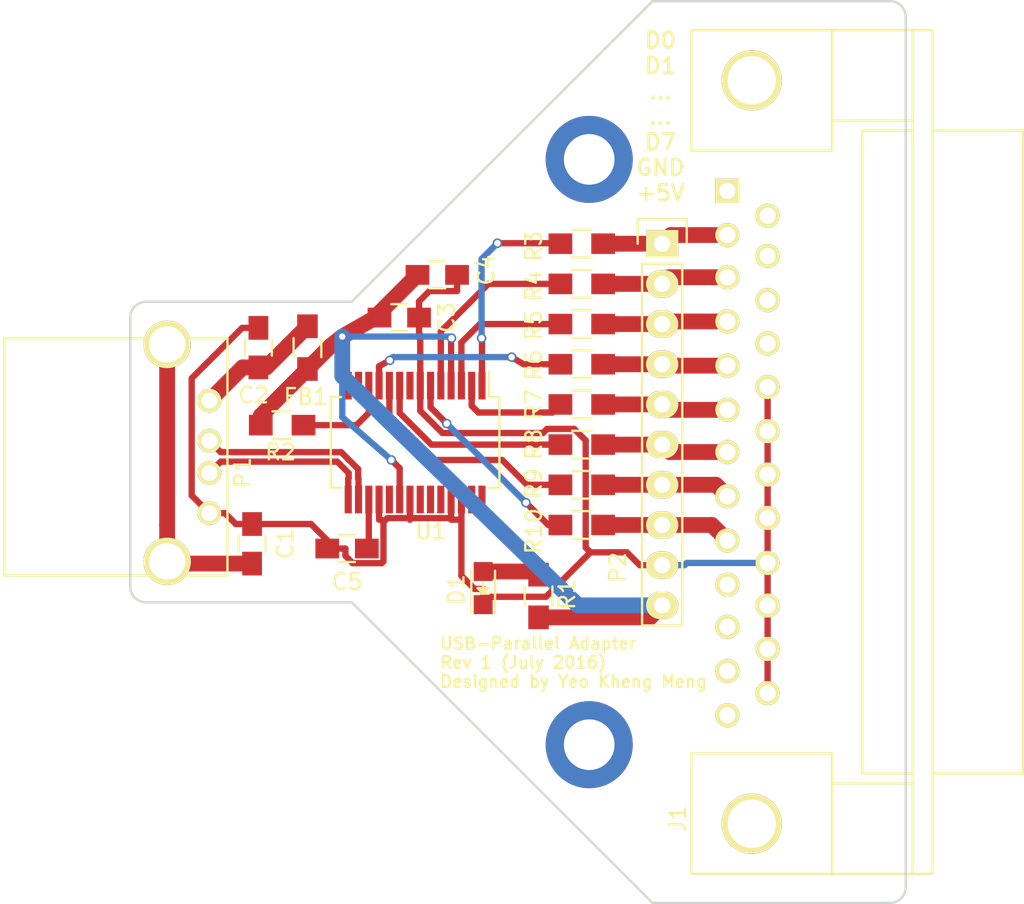
<source format=kicad_pcb>
(kicad_pcb (version 20171130) (host pcbnew "(5.1.12)-1")

  (general
    (thickness 1.6)
    (drawings 16)
    (tracks 189)
    (zones 0)
    (modules 23)
    (nets 28)
  )

  (page A4)
  (title_block
    (title "USB FT245R Parallel Adapter")
    (date 2016-07-24)
    (rev 1)
  )

  (layers
    (0 F.Cu signal)
    (31 B.Cu signal)
    (32 B.Adhes user hide)
    (33 F.Adhes user hide)
    (34 B.Paste user)
    (35 F.Paste user)
    (36 B.SilkS user)
    (37 F.SilkS user)
    (38 B.Mask user)
    (39 F.Mask user)
    (40 Dwgs.User user)
    (41 Cmts.User user)
    (42 Eco1.User user)
    (43 Eco2.User user)
    (44 Edge.Cuts user)
    (45 Margin user)
    (46 B.CrtYd user)
    (47 F.CrtYd user)
    (48 B.Fab user)
    (49 F.Fab user)
  )

  (setup
    (last_trace_width 0.4)
    (trace_clearance 0.1)
    (zone_clearance 0.508)
    (zone_45_only no)
    (trace_min 0.2)
    (via_size 0.6)
    (via_drill 0.4)
    (via_min_size 0.4)
    (via_min_drill 0.3)
    (uvia_size 0.3)
    (uvia_drill 0.1)
    (uvias_allowed no)
    (uvia_min_size 0.2)
    (uvia_min_drill 0.1)
    (edge_width 0.15)
    (segment_width 0.2)
    (pcb_text_width 0.3)
    (pcb_text_size 1.5 1.5)
    (mod_edge_width 0.15)
    (mod_text_size 1 1)
    (mod_text_width 0.15)
    (pad_size 1.524 1.524)
    (pad_drill 0.762)
    (pad_to_mask_clearance 0.2)
    (aux_axis_origin 0 0)
    (visible_elements 7FFEFFFF)
    (pcbplotparams
      (layerselection 0x00030_80000001)
      (usegerberextensions false)
      (usegerberattributes true)
      (usegerberadvancedattributes true)
      (creategerberjobfile true)
      (excludeedgelayer true)
      (linewidth 0.100000)
      (plotframeref false)
      (viasonmask false)
      (mode 1)
      (useauxorigin false)
      (hpglpennumber 1)
      (hpglpenspeed 20)
      (hpglpendiameter 15.000000)
      (psnegative false)
      (psa4output false)
      (plotreference true)
      (plotvalue true)
      (plotinvisibletext false)
      (padsonsilk false)
      (subtractmaskfromsilk false)
      (outputformat 1)
      (mirror false)
      (drillshape 0)
      (scaleselection 1)
      (outputdirectory ""))
  )

  (net 0 "")
  (net 1 GND)
  (net 2 "Net-(C1-Pad2)")
  (net 3 "Net-(C2-Pad1)")
  (net 4 +5V)
  (net 5 "Net-(C5-Pad1)")
  (net 6 "Net-(D1-Pad2)")
  (net 7 Data0)
  (net 8 Data1)
  (net 9 Data2)
  (net 10 Data3)
  (net 11 Data4)
  (net 12 Data5)
  (net 13 Data6)
  (net 14 Data7)
  (net 15 USB_D-)
  (net 16 USB_D+)
  (net 17 "Net-(R2-Pad2)")
  (net 18 "Net-(R3-Pad2)")
  (net 19 "Net-(R4-Pad2)")
  (net 20 "Net-(R5-Pad2)")
  (net 21 "Net-(R6-Pad2)")
  (net 22 "Net-(R7-Pad2)")
  (net 23 "Net-(R8-Pad2)")
  (net 24 "Net-(R9-Pad2)")
  (net 25 "Net-(R10-Pad2)")
  (net 26 "Net-(MH1-Pad1)")
  (net 27 "Net-(MH2-Pad1)")

  (net_class Default "This is the default net class."
    (clearance 0.1)
    (trace_width 0.4)
    (via_dia 0.6)
    (via_drill 0.4)
    (uvia_dia 0.3)
    (uvia_drill 0.1)
    (add_net +5V)
    (add_net Data0)
    (add_net Data1)
    (add_net Data2)
    (add_net Data3)
    (add_net Data4)
    (add_net Data5)
    (add_net Data6)
    (add_net Data7)
    (add_net GND)
    (add_net "Net-(C1-Pad2)")
    (add_net "Net-(C2-Pad1)")
    (add_net "Net-(C5-Pad1)")
    (add_net "Net-(D1-Pad2)")
    (add_net "Net-(MH1-Pad1)")
    (add_net "Net-(MH2-Pad1)")
    (add_net "Net-(R10-Pad2)")
    (add_net "Net-(R2-Pad2)")
    (add_net "Net-(R3-Pad2)")
    (add_net "Net-(R4-Pad2)")
    (add_net "Net-(R5-Pad2)")
    (add_net "Net-(R6-Pad2)")
    (add_net "Net-(R7-Pad2)")
    (add_net "Net-(R8-Pad2)")
    (add_net "Net-(R9-Pad2)")
    (add_net USB_D+)
    (add_net USB_D-)
  )

  (module Resistors_SMD:R_0805_HandSoldering (layer F.Cu) (tedit 57945222) (tstamp 5791C013)
    (at 174.8 122.6 90)
    (descr "Resistor SMD 0805, hand soldering")
    (tags "resistor 0805")
    (path /5791D410)
    (attr smd)
    (fp_text reference R1 (at 0.1 1.8 270) (layer F.SilkS)
      (effects (font (size 1 1) (thickness 0.15)))
    )
    (fp_text value 1500 (at 0 2.1 90) (layer F.Fab)
      (effects (font (size 1 1) (thickness 0.15)))
    )
    (fp_line (start -0.6 -0.875) (end 0.6 -0.875) (layer F.SilkS) (width 0.15))
    (fp_line (start 0.6 0.875) (end -0.6 0.875) (layer F.SilkS) (width 0.15))
    (fp_line (start 2.4 -1) (end 2.4 1) (layer F.CrtYd) (width 0.05))
    (fp_line (start -2.4 -1) (end -2.4 1) (layer F.CrtYd) (width 0.05))
    (fp_line (start -2.4 1) (end 2.4 1) (layer F.CrtYd) (width 0.05))
    (fp_line (start -2.4 -1) (end 2.4 -1) (layer F.CrtYd) (width 0.05))
    (pad 1 smd rect (at -1.35 0 90) (size 1.5 1.3) (layers F.Cu F.Paste F.Mask)
      (net 4 +5V))
    (pad 2 smd rect (at 1.35 0 90) (size 1.5 1.3) (layers F.Cu F.Paste F.Mask)
      (net 6 "Net-(D1-Pad2)"))
    (model Resistors_SMD.3dshapes/R_0805_HandSoldering.wrl
      (at (xyz 0 0 0))
      (scale (xyz 1 1 1))
      (rotate (xyz 0 0 0))
    )
  )

  (module db25:DB25FC (layer F.Cu) (tedit 5794534E) (tstamp 5791C44B)
    (at 187 113.5 270)
    (descr "Connecteur DB25 femelle couche")
    (tags "CONN DB25")
    (path /5791C506)
    (fp_text reference J1 (at 23.2 3.4 270) (layer F.SilkS)
      (effects (font (size 1 1) (thickness 0.15)))
    )
    (fp_text value DB25 (at 0 -6.35 270) (layer F.Fab)
      (effects (font (size 1 1) (thickness 0.15)))
    )
    (fp_line (start -26.67 2.54) (end -19.05 2.54) (layer F.SilkS) (width 0.15))
    (fp_line (start -20.32 -18.415) (end 20.32 -18.415) (layer F.SilkS) (width 0.15))
    (fp_line (start -20.32 -8.255) (end 20.32 -8.255) (layer F.SilkS) (width 0.15))
    (fp_line (start 19.05 2.54) (end 26.67 2.54) (layer F.SilkS) (width 0.15))
    (fp_line (start -26.67 -11.43) (end 26.67 -11.43) (layer F.SilkS) (width 0.15))
    (fp_line (start -26.67 -12.7) (end -26.67 -11.43) (layer F.SilkS) (width 0.15))
    (fp_line (start 26.67 -12.7) (end -26.67 -12.7) (layer F.SilkS) (width 0.15))
    (fp_line (start 26.67 -11.43) (end 26.67 -12.7) (layer F.SilkS) (width 0.15))
    (fp_line (start -20.32 -18.415) (end -20.32 -12.7) (layer F.SilkS) (width 0.15))
    (fp_line (start 20.32 -18.415) (end 20.32 -12.7) (layer F.SilkS) (width 0.15))
    (fp_line (start -20.32 -8.255) (end -20.32 -11.43) (layer F.SilkS) (width 0.15))
    (fp_line (start 20.32 -8.255) (end 20.32 -11.43) (layer F.SilkS) (width 0.15))
    (fp_line (start -26.67 -6.35) (end -19.05 -6.35) (layer F.SilkS) (width 0.15))
    (fp_line (start 26.67 -6.35) (end 19.05 -6.35) (layer F.SilkS) (width 0.15))
    (fp_line (start -26.67 2.54) (end -26.67 -11.43) (layer F.SilkS) (width 0.15))
    (fp_line (start -19.05 -6.35) (end -19.05 2.54) (layer F.SilkS) (width 0.15))
    (fp_line (start -20.955 -11.43) (end -20.955 -6.35) (layer F.SilkS) (width 0.15))
    (fp_line (start 20.955 -11.43) (end 20.955 -6.35) (layer F.SilkS) (width 0.15))
    (fp_line (start 19.05 -6.35) (end 19.05 2.54) (layer F.SilkS) (width 0.15))
    (fp_line (start 26.67 -11.43) (end 26.67 2.54) (layer F.SilkS) (width 0.15))
    (pad "" thru_hole circle (at 23.495 -1.27 270) (size 3.81 3.81) (drill 3.048) (layers *.Cu *.Mask F.SilkS))
    (pad "" thru_hole circle (at -23.495 -1.27 270) (size 3.81 3.81) (drill 3.048) (layers *.Cu *.Mask F.SilkS))
    (pad 1 thru_hole rect (at -16.51 0.27 270) (size 1.524 1.524) (drill 1.016) (layers *.Cu *.Mask F.SilkS))
    (pad 2 thru_hole circle (at -13.716 0.27 270) (size 1.524 1.524) (drill 1.016) (layers *.Cu *.Mask F.SilkS)
      (net 7 Data0))
    (pad 3 thru_hole circle (at -11.049 0.27 270) (size 1.524 1.524) (drill 1.016) (layers *.Cu *.Mask F.SilkS)
      (net 8 Data1))
    (pad 4 thru_hole circle (at -8.255 0.27 270) (size 1.524 1.524) (drill 1.016) (layers *.Cu *.Mask F.SilkS)
      (net 9 Data2))
    (pad 5 thru_hole circle (at -5.461 0.27 270) (size 1.524 1.524) (drill 1.016) (layers *.Cu *.Mask F.SilkS)
      (net 10 Data3))
    (pad 6 thru_hole circle (at -2.667 0.27 270) (size 1.524 1.524) (drill 1.016) (layers *.Cu *.Mask F.SilkS)
      (net 11 Data4))
    (pad 7 thru_hole circle (at 0 0.27 270) (size 1.524 1.524) (drill 1.016) (layers *.Cu *.Mask F.SilkS)
      (net 12 Data5))
    (pad 8 thru_hole circle (at 2.794 0.27 270) (size 1.524 1.524) (drill 1.016) (layers *.Cu *.Mask F.SilkS)
      (net 13 Data6))
    (pad 9 thru_hole circle (at 5.588 0.27 270) (size 1.524 1.524) (drill 1.016) (layers *.Cu *.Mask F.SilkS)
      (net 14 Data7))
    (pad 10 thru_hole circle (at 8.382 0.27 270) (size 1.524 1.524) (drill 1.016) (layers *.Cu *.Mask F.SilkS))
    (pad 11 thru_hole circle (at 11.049 0.27 270) (size 1.524 1.524) (drill 1.016) (layers *.Cu *.Mask F.SilkS))
    (pad 12 thru_hole circle (at 13.843 0.27 270) (size 1.524 1.524) (drill 1.016) (layers *.Cu *.Mask F.SilkS))
    (pad 13 thru_hole circle (at 16.637 0.27 270) (size 1.524 1.524) (drill 1.016) (layers *.Cu *.Mask F.SilkS))
    (pad 14 thru_hole circle (at -14.9352 -2.27 270) (size 1.524 1.524) (drill 1.016) (layers *.Cu *.Mask F.SilkS))
    (pad 15 thru_hole circle (at -12.3952 -2.27 270) (size 1.524 1.524) (drill 1.016) (layers *.Cu *.Mask F.SilkS))
    (pad 16 thru_hole circle (at -9.6012 -2.27 270) (size 1.524 1.524) (drill 1.016) (layers *.Cu *.Mask F.SilkS))
    (pad 17 thru_hole circle (at -6.858 -2.27 270) (size 1.524 1.524) (drill 1.016) (layers *.Cu *.Mask F.SilkS))
    (pad 18 thru_hole circle (at -4.1148 -2.27 270) (size 1.524 1.524) (drill 1.016) (layers *.Cu *.Mask F.SilkS)
      (net 1 GND))
    (pad 19 thru_hole circle (at -1.3208 -2.27 270) (size 1.524 1.524) (drill 1.016) (layers *.Cu *.Mask F.SilkS)
      (net 1 GND))
    (pad 20 thru_hole circle (at 1.4224 -2.27 270) (size 1.524 1.524) (drill 1.016) (layers *.Cu *.Mask F.SilkS)
      (net 1 GND))
    (pad 21 thru_hole circle (at 4.1656 -2.27 270) (size 1.524 1.524) (drill 1.016) (layers *.Cu *.Mask F.SilkS)
      (net 1 GND))
    (pad 22 thru_hole circle (at 7.0104 -2.27 270) (size 1.524 1.524) (drill 1.016) (layers *.Cu *.Mask F.SilkS)
      (net 1 GND))
    (pad 23 thru_hole circle (at 9.7028 -2.27 270) (size 1.524 1.524) (drill 1.016) (layers *.Cu *.Mask F.SilkS)
      (net 1 GND))
    (pad 24 thru_hole circle (at 12.446 -2.27 270) (size 1.524 1.524) (drill 1.016) (layers *.Cu *.Mask F.SilkS)
      (net 1 GND))
    (pad 25 thru_hole circle (at 15.24 -2.27 270) (size 1.524 1.524) (drill 1.016) (layers *.Cu *.Mask F.SilkS)
      (net 1 GND))
    (model Connect.3dshapes/DB25FC.wrl
      (at (xyz 0 0 0))
      (scale (xyz 1 1 1))
      (rotate (xyz 0 0 0))
    )
  )

  (module Capacitors_SMD:C_0805_HandSoldering (layer F.Cu) (tedit 541A9B8D) (tstamp 5791BFBD)
    (at 156.7 119.3 270)
    (descr "Capacitor SMD 0805, hand soldering")
    (tags "capacitor 0805")
    (path /5791A34F)
    (attr smd)
    (fp_text reference C1 (at 0 -2.1 270) (layer F.SilkS)
      (effects (font (size 1 1) (thickness 0.15)))
    )
    (fp_text value 100nF (at 0 2.1 270) (layer F.Fab)
      (effects (font (size 1 1) (thickness 0.15)))
    )
    (fp_line (start -0.5 0.85) (end 0.5 0.85) (layer F.SilkS) (width 0.15))
    (fp_line (start 0.5 -0.85) (end -0.5 -0.85) (layer F.SilkS) (width 0.15))
    (fp_line (start 2.3 -1) (end 2.3 1) (layer F.CrtYd) (width 0.05))
    (fp_line (start -2.3 -1) (end -2.3 1) (layer F.CrtYd) (width 0.05))
    (fp_line (start -2.3 1) (end 2.3 1) (layer F.CrtYd) (width 0.05))
    (fp_line (start -2.3 -1) (end 2.3 -1) (layer F.CrtYd) (width 0.05))
    (pad 1 smd rect (at -1.25 0 270) (size 1.5 1.25) (layers F.Cu F.Paste F.Mask)
      (net 1 GND))
    (pad 2 smd rect (at 1.25 0 270) (size 1.5 1.25) (layers F.Cu F.Paste F.Mask)
      (net 2 "Net-(C1-Pad2)"))
    (model Capacitors_SMD.3dshapes/C_0805_HandSoldering.wrl
      (at (xyz 0 0 0))
      (scale (xyz 1 1 1))
      (rotate (xyz 0 0 0))
    )
  )

  (module Capacitors_SMD:C_0805_HandSoldering (layer F.Cu) (tedit 5794500) (tstamp 5791BFC3)
    (at 157.1 106.9 90)
    (descr "Capacitor SMD 0805, hand soldering")
    (tags "capacitor 0805")
    (path /5791AB59)
    (attr smd)
    (fp_text reference C2 (at -3 -0.3 180) (layer F.SilkS)
      (effects (font (size 1 1) (thickness 0.15)))
    )
    (fp_text value 10nF (at 0 2.1 90) (layer F.Fab)
      (effects (font (size 1 1) (thickness 0.15)))
    )
    (fp_line (start -0.5 0.85) (end 0.5 0.85) (layer F.SilkS) (width 0.15))
    (fp_line (start 0.5 -0.85) (end -0.5 -0.85) (layer F.SilkS) (width 0.15))
    (fp_line (start 2.3 -1) (end 2.3 1) (layer F.CrtYd) (width 0.05))
    (fp_line (start -2.3 -1) (end -2.3 1) (layer F.CrtYd) (width 0.05))
    (fp_line (start -2.3 1) (end 2.3 1) (layer F.CrtYd) (width 0.05))
    (fp_line (start -2.3 -1) (end 2.3 -1) (layer F.CrtYd) (width 0.05))
    (pad 1 smd rect (at -1.25 0 90) (size 1.5 1.25) (layers F.Cu F.Paste F.Mask)
      (net 3 "Net-(C2-Pad1)"))
    (pad 2 smd rect (at 1.25 0 90) (size 1.5 1.25) (layers F.Cu F.Paste F.Mask)
      (net 1 GND))
    (model Capacitors_SMD.3dshapes/C_0805_HandSoldering.wrl
      (at (xyz 0 0 0))
      (scale (xyz 1 1 1))
      (rotate (xyz 0 0 0))
    )
  )

  (module Capacitors_SMD:C_0805_HandSoldering (layer F.Cu) (tedit 5794507C) (tstamp 5791BFC9)
    (at 166 105)
    (descr "Capacitor SMD 0805, hand soldering")
    (tags "capacitor 0805")
    (path /5791B334)
    (attr smd)
    (fp_text reference C3 (at 3 0 90) (layer F.SilkS)
      (effects (font (size 1 1) (thickness 0.15)))
    )
    (fp_text value 4.7uF (at 0 2.1) (layer F.Fab)
      (effects (font (size 1 1) (thickness 0.15)))
    )
    (fp_line (start -0.5 0.85) (end 0.5 0.85) (layer F.SilkS) (width 0.15))
    (fp_line (start 0.5 -0.85) (end -0.5 -0.85) (layer F.SilkS) (width 0.15))
    (fp_line (start 2.3 -1) (end 2.3 1) (layer F.CrtYd) (width 0.05))
    (fp_line (start -2.3 -1) (end -2.3 1) (layer F.CrtYd) (width 0.05))
    (fp_line (start -2.3 1) (end 2.3 1) (layer F.CrtYd) (width 0.05))
    (fp_line (start -2.3 -1) (end 2.3 -1) (layer F.CrtYd) (width 0.05))
    (pad 1 smd rect (at -1.25 0) (size 1.5 1.25) (layers F.Cu F.Paste F.Mask)
      (net 4 +5V))
    (pad 2 smd rect (at 1.25 0) (size 1.5 1.25) (layers F.Cu F.Paste F.Mask)
      (net 1 GND))
    (model Capacitors_SMD.3dshapes/C_0805_HandSoldering.wrl
      (at (xyz 0 0 0))
      (scale (xyz 1 1 1))
      (rotate (xyz 0 0 0))
    )
  )

  (module Capacitors_SMD:C_0805_HandSoldering (layer F.Cu) (tedit 57945073) (tstamp 5791BFCF)
    (at 168.4 102.3)
    (descr "Capacitor SMD 0805, hand soldering")
    (tags "capacitor 0805")
    (path /5791B373)
    (attr smd)
    (fp_text reference C4 (at 3.1 -0.3 90) (layer F.SilkS)
      (effects (font (size 1 1) (thickness 0.15)))
    )
    (fp_text value 100nF (at 0 2.1) (layer F.Fab)
      (effects (font (size 1 1) (thickness 0.15)))
    )
    (fp_line (start -0.5 0.85) (end 0.5 0.85) (layer F.SilkS) (width 0.15))
    (fp_line (start 0.5 -0.85) (end -0.5 -0.85) (layer F.SilkS) (width 0.15))
    (fp_line (start 2.3 -1) (end 2.3 1) (layer F.CrtYd) (width 0.05))
    (fp_line (start -2.3 -1) (end -2.3 1) (layer F.CrtYd) (width 0.05))
    (fp_line (start -2.3 1) (end 2.3 1) (layer F.CrtYd) (width 0.05))
    (fp_line (start -2.3 -1) (end 2.3 -1) (layer F.CrtYd) (width 0.05))
    (pad 1 smd rect (at -1.25 0) (size 1.5 1.25) (layers F.Cu F.Paste F.Mask)
      (net 4 +5V))
    (pad 2 smd rect (at 1.25 0) (size 1.5 1.25) (layers F.Cu F.Paste F.Mask)
      (net 1 GND))
    (model Capacitors_SMD.3dshapes/C_0805_HandSoldering.wrl
      (at (xyz 0 0 0))
      (scale (xyz 1 1 1))
      (rotate (xyz 0 0 0))
    )
  )

  (module Capacitors_SMD:C_0805_HandSoldering (layer F.Cu) (tedit 541A9B8D) (tstamp 5791BFD5)
    (at 162.7 119.6 180)
    (descr "Capacitor SMD 0805, hand soldering")
    (tags "capacitor 0805")
    (path /5791A106)
    (attr smd)
    (fp_text reference C5 (at 0 -2.1 180) (layer F.SilkS)
      (effects (font (size 1 1) (thickness 0.15)))
    )
    (fp_text value 100nF (at 0 2.1 180) (layer F.Fab)
      (effects (font (size 1 1) (thickness 0.15)))
    )
    (fp_line (start -0.5 0.85) (end 0.5 0.85) (layer F.SilkS) (width 0.15))
    (fp_line (start 0.5 -0.85) (end -0.5 -0.85) (layer F.SilkS) (width 0.15))
    (fp_line (start 2.3 -1) (end 2.3 1) (layer F.CrtYd) (width 0.05))
    (fp_line (start -2.3 -1) (end -2.3 1) (layer F.CrtYd) (width 0.05))
    (fp_line (start -2.3 1) (end 2.3 1) (layer F.CrtYd) (width 0.05))
    (fp_line (start -2.3 -1) (end 2.3 -1) (layer F.CrtYd) (width 0.05))
    (pad 1 smd rect (at -1.25 0 180) (size 1.5 1.25) (layers F.Cu F.Paste F.Mask)
      (net 5 "Net-(C5-Pad1)"))
    (pad 2 smd rect (at 1.25 0 180) (size 1.5 1.25) (layers F.Cu F.Paste F.Mask)
      (net 1 GND))
    (model Capacitors_SMD.3dshapes/C_0805_HandSoldering.wrl
      (at (xyz 0 0 0))
      (scale (xyz 1 1 1))
      (rotate (xyz 0 0 0))
    )
  )

  (module LEDs:LED_0805 (layer F.Cu) (tedit 5794521C) (tstamp 5791BFDB)
    (at 171.3 122.1 90)
    (descr "LED 0805 smd package")
    (tags "LED 0805 SMD")
    (path /5791D44D)
    (attr smd)
    (fp_text reference D1 (at -0.1 -1.7 270) (layer F.SilkS)
      (effects (font (size 1 1) (thickness 0.15)))
    )
    (fp_text value LED (at 0 1.75 90) (layer F.Fab)
      (effects (font (size 1 1) (thickness 0.15)))
    )
    (fp_line (start -1.9 -0.95) (end 1.9 -0.95) (layer F.CrtYd) (width 0.05))
    (fp_line (start -1.9 0.95) (end -1.9 -0.95) (layer F.CrtYd) (width 0.05))
    (fp_line (start 1.9 0.95) (end -1.9 0.95) (layer F.CrtYd) (width 0.05))
    (fp_line (start 1.9 -0.95) (end 1.9 0.95) (layer F.CrtYd) (width 0.05))
    (fp_line (start 0 0.35) (end -0.35 0) (layer F.SilkS) (width 0.15))
    (fp_line (start 0 -0.35) (end 0 0.35) (layer F.SilkS) (width 0.15))
    (fp_line (start -0.35 0) (end 0 -0.35) (layer F.SilkS) (width 0.15))
    (fp_line (start 0 0) (end 0.35 0) (layer F.SilkS) (width 0.15))
    (fp_line (start -0.35 -0.35) (end -0.35 0.35) (layer F.SilkS) (width 0.15))
    (fp_line (start -0.1 -0.1) (end -0.25 0.05) (layer F.SilkS) (width 0.15))
    (fp_line (start -0.1 0.15) (end -0.1 -0.1) (layer F.SilkS) (width 0.15))
    (fp_line (start -1.6 -0.75) (end 1.1 -0.75) (layer F.SilkS) (width 0.15))
    (fp_line (start -1.6 0.75) (end 1.1 0.75) (layer F.SilkS) (width 0.15))
    (pad 2 smd rect (at 1.04902 0 270) (size 1.19888 1.19888) (layers F.Cu F.Paste F.Mask)
      (net 6 "Net-(D1-Pad2)"))
    (pad 1 smd rect (at -1.04902 0 270) (size 1.19888 1.19888) (layers F.Cu F.Paste F.Mask)
      (net 1 GND))
    (model LEDs.3dshapes/LED_0805.wrl
      (at (xyz 0 0 0))
      (scale (xyz 1 1 1))
      (rotate (xyz 0 0 0))
    )
  )

  (module Resistors_SMD:R_0805_HandSoldering (layer F.Cu) (tedit 579450) (tstamp 5791BFE1)
    (at 160.2 106.9 270)
    (descr "Resistor SMD 0805, hand soldering")
    (tags "resistor 0805")
    (path /5791A26E)
    (attr smd)
    (fp_text reference FB1 (at 3.1 0.1) (layer F.SilkS)
      (effects (font (size 1 1) (thickness 0.15)))
    )
    (fp_text value FERRITE (at 0 2.1 270) (layer F.Fab)
      (effects (font (size 1 1) (thickness 0.15)))
    )
    (fp_line (start -0.6 -0.875) (end 0.6 -0.875) (layer F.SilkS) (width 0.15))
    (fp_line (start 0.6 0.875) (end -0.6 0.875) (layer F.SilkS) (width 0.15))
    (fp_line (start 2.4 -1) (end 2.4 1) (layer F.CrtYd) (width 0.05))
    (fp_line (start -2.4 -1) (end -2.4 1) (layer F.CrtYd) (width 0.05))
    (fp_line (start -2.4 1) (end 2.4 1) (layer F.CrtYd) (width 0.05))
    (fp_line (start -2.4 -1) (end 2.4 -1) (layer F.CrtYd) (width 0.05))
    (pad 1 smd rect (at -1.35 0 270) (size 1.5 1.3) (layers F.Cu F.Paste F.Mask)
      (net 3 "Net-(C2-Pad1)"))
    (pad 2 smd rect (at 1.35 0 270) (size 1.5 1.3) (layers F.Cu F.Paste F.Mask)
      (net 4 +5V))
    (model Resistors_SMD.3dshapes/R_0805_HandSoldering.wrl
      (at (xyz 0 0 0))
      (scale (xyz 1 1 1))
      (rotate (xyz 0 0 0))
    )
  )

  (module Resistors_SMD:R_0805_HandSoldering (layer F.Cu) (tedit 57945083) (tstamp 5791C019)
    (at 158.6 111.8)
    (descr "Resistor SMD 0805, hand soldering")
    (tags "resistor 0805")
    (path /5791A6B0)
    (attr smd)
    (fp_text reference R2 (at -0.1 1.7) (layer F.SilkS)
      (effects (font (size 1 1) (thickness 0.15)))
    )
    (fp_text value 10K (at 0 2.1) (layer F.Fab)
      (effects (font (size 1 1) (thickness 0.15)))
    )
    (fp_line (start -0.6 -0.875) (end 0.6 -0.875) (layer F.SilkS) (width 0.15))
    (fp_line (start 0.6 0.875) (end -0.6 0.875) (layer F.SilkS) (width 0.15))
    (fp_line (start 2.4 -1) (end 2.4 1) (layer F.CrtYd) (width 0.05))
    (fp_line (start -2.4 -1) (end -2.4 1) (layer F.CrtYd) (width 0.05))
    (fp_line (start -2.4 1) (end 2.4 1) (layer F.CrtYd) (width 0.05))
    (fp_line (start -2.4 -1) (end 2.4 -1) (layer F.CrtYd) (width 0.05))
    (pad 1 smd rect (at -1.35 0) (size 1.5 1.3) (layers F.Cu F.Paste F.Mask)
      (net 4 +5V))
    (pad 2 smd rect (at 1.35 0) (size 1.5 1.3) (layers F.Cu F.Paste F.Mask)
      (net 17 "Net-(R2-Pad2)"))
    (model Resistors_SMD.3dshapes/R_0805_HandSoldering.wrl
      (at (xyz 0 0 0))
      (scale (xyz 1 1 1))
      (rotate (xyz 0 0 0))
    )
  )

  (module Housings_SSOP:SSOP-28_5.3x10.2mm_Pitch0.65mm (layer F.Cu) (tedit 57945022) (tstamp 5791C039)
    (at 167 112.9 270)
    (descr "28-Lead Plastic Shrink Small Outline (SS)-5.30 mm Body [SSOP] (see Microchip Packaging Specification 00000049BS.pdf)")
    (tags "SSOP 0.65")
    (path /57919CB7)
    (attr smd)
    (fp_text reference U1 (at 5.6 -1) (layer F.SilkS)
      (effects (font (size 1 1) (thickness 0.15)))
    )
    (fp_text value FT245RL (at 0.45 6.35 270) (layer F.Fab)
      (effects (font (size 1 1) (thickness 0.15)))
    )
    (fp_line (start -2.875 -4.675) (end -4.475 -4.675) (layer F.SilkS) (width 0.15))
    (fp_line (start -2.875 5.325) (end 2.875 5.325) (layer F.SilkS) (width 0.15))
    (fp_line (start -2.875 -5.325) (end 2.875 -5.325) (layer F.SilkS) (width 0.15))
    (fp_line (start -2.875 5.325) (end -2.875 4.675) (layer F.SilkS) (width 0.15))
    (fp_line (start 2.875 5.325) (end 2.875 4.675) (layer F.SilkS) (width 0.15))
    (fp_line (start 2.875 -5.325) (end 2.875 -4.675) (layer F.SilkS) (width 0.15))
    (fp_line (start -2.875 -5.325) (end -2.875 -4.675) (layer F.SilkS) (width 0.15))
    (fp_line (start -4.75 5.5) (end 4.75 5.5) (layer F.CrtYd) (width 0.05))
    (fp_line (start -4.75 -5.5) (end 4.75 -5.5) (layer F.CrtYd) (width 0.05))
    (fp_line (start 4.75 -5.5) (end 4.75 5.5) (layer F.CrtYd) (width 0.05))
    (fp_line (start -4.75 -5.5) (end -4.75 5.5) (layer F.CrtYd) (width 0.05))
    (pad 1 smd rect (at -3.6 -4.225 270) (size 1.75 0.45) (layers F.Cu F.Paste F.Mask)
      (net 18 "Net-(R3-Pad2)"))
    (pad 2 smd rect (at -3.6 -3.575 270) (size 1.75 0.45) (layers F.Cu F.Paste F.Mask)
      (net 22 "Net-(R7-Pad2)"))
    (pad 3 smd rect (at -3.6 -2.925 270) (size 1.75 0.45) (layers F.Cu F.Paste F.Mask)
      (net 20 "Net-(R5-Pad2)"))
    (pad 4 smd rect (at -3.6 -2.275 270) (size 1.75 0.45) (layers F.Cu F.Paste F.Mask)
      (net 4 +5V))
    (pad 5 smd rect (at -3.6 -1.625 270) (size 1.75 0.45) (layers F.Cu F.Paste F.Mask)
      (net 19 "Net-(R4-Pad2)"))
    (pad 6 smd rect (at -3.6 -0.975 270) (size 1.75 0.45) (layers F.Cu F.Paste F.Mask)
      (net 25 "Net-(R10-Pad2)"))
    (pad 7 smd rect (at -3.6 -0.325 270) (size 1.75 0.45) (layers F.Cu F.Paste F.Mask)
      (net 1 GND))
    (pad 8 smd rect (at -3.6 0.325 270) (size 1.75 0.45) (layers F.Cu F.Paste F.Mask))
    (pad 9 smd rect (at -3.6 0.975 270) (size 1.75 0.45) (layers F.Cu F.Paste F.Mask)
      (net 23 "Net-(R8-Pad2)"))
    (pad 10 smd rect (at -3.6 1.625 270) (size 1.75 0.45) (layers F.Cu F.Paste F.Mask)
      (net 24 "Net-(R9-Pad2)"))
    (pad 11 smd rect (at -3.6 2.275 270) (size 1.75 0.45) (layers F.Cu F.Paste F.Mask)
      (net 21 "Net-(R6-Pad2)"))
    (pad 12 smd rect (at -3.6 2.925 270) (size 1.75 0.45) (layers F.Cu F.Paste F.Mask)
      (net 17 "Net-(R2-Pad2)"))
    (pad 13 smd rect (at -3.6 3.575 270) (size 1.75 0.45) (layers F.Cu F.Paste F.Mask))
    (pad 14 smd rect (at -3.6 4.225 270) (size 1.75 0.45) (layers F.Cu F.Paste F.Mask))
    (pad 15 smd rect (at 3.6 4.225 270) (size 1.75 0.45) (layers F.Cu F.Paste F.Mask)
      (net 16 USB_D+))
    (pad 16 smd rect (at 3.6 3.575 270) (size 1.75 0.45) (layers F.Cu F.Paste F.Mask)
      (net 15 USB_D-))
    (pad 17 smd rect (at 3.6 2.925 270) (size 1.75 0.45) (layers F.Cu F.Paste F.Mask)
      (net 5 "Net-(C5-Pad1)"))
    (pad 18 smd rect (at 3.6 2.275 270) (size 1.75 0.45) (layers F.Cu F.Paste F.Mask)
      (net 1 GND))
    (pad 19 smd rect (at 3.6 1.625 270) (size 1.75 0.45) (layers F.Cu F.Paste F.Mask))
    (pad 20 smd rect (at 3.6 0.975 270) (size 1.75 0.45) (layers F.Cu F.Paste F.Mask)
      (net 4 +5V))
    (pad 21 smd rect (at 3.6 0.325 270) (size 1.75 0.45) (layers F.Cu F.Paste F.Mask)
      (net 1 GND))
    (pad 22 smd rect (at 3.6 -0.325 270) (size 1.75 0.45) (layers F.Cu F.Paste F.Mask))
    (pad 23 smd rect (at 3.6 -0.975 270) (size 1.75 0.45) (layers F.Cu F.Paste F.Mask))
    (pad 24 smd rect (at 3.6 -1.625 270) (size 1.75 0.45) (layers F.Cu F.Paste F.Mask))
    (pad 25 smd rect (at 3.6 -2.275 270) (size 1.75 0.45) (layers F.Cu F.Paste F.Mask)
      (net 1 GND))
    (pad 26 smd rect (at 3.6 -2.925 270) (size 1.75 0.45) (layers F.Cu F.Paste F.Mask)
      (net 1 GND))
    (pad 27 smd rect (at 3.6 -3.575 270) (size 1.75 0.45) (layers F.Cu F.Paste F.Mask))
    (pad 28 smd rect (at 3.6 -4.225 270) (size 1.75 0.45) (layers F.Cu F.Paste F.Mask))
    (model Housings_SSOP.3dshapes/SSOP-28_5.3x10.2mm_Pitch0.65mm.wrl
      (at (xyz 0 0 0))
      (scale (xyz 1 1 1))
      (rotate (xyz 0 0 0))
    )
  )

  (module Pin_Headers:Pin_Header_Straight_1x10 (layer F.Cu) (tedit 57945381) (tstamp 57937C01)
    (at 182.61 100.33)
    (descr "Through hole pin header")
    (tags "pin header")
    (path /57939B6C)
    (fp_text reference P2 (at -2.81 20.47 90) (layer F.SilkS)
      (effects (font (size 1 1) (thickness 0.15)))
    )
    (fp_text value CONN_01X10 (at 0 -3.1) (layer F.Fab)
      (effects (font (size 1 1) (thickness 0.15)))
    )
    (fp_line (start -1.55 -1.55) (end 1.55 -1.55) (layer F.SilkS) (width 0.15))
    (fp_line (start -1.55 0) (end -1.55 -1.55) (layer F.SilkS) (width 0.15))
    (fp_line (start 1.27 1.27) (end -1.27 1.27) (layer F.SilkS) (width 0.15))
    (fp_line (start 1.55 -1.55) (end 1.55 0) (layer F.SilkS) (width 0.15))
    (fp_line (start -1.27 24.13) (end -1.27 1.27) (layer F.SilkS) (width 0.15))
    (fp_line (start 1.27 24.13) (end -1.27 24.13) (layer F.SilkS) (width 0.15))
    (fp_line (start 1.27 1.27) (end 1.27 24.13) (layer F.SilkS) (width 0.15))
    (fp_line (start -1.75 24.65) (end 1.75 24.65) (layer F.CrtYd) (width 0.05))
    (fp_line (start -1.75 -1.75) (end 1.75 -1.75) (layer F.CrtYd) (width 0.05))
    (fp_line (start 1.75 -1.75) (end 1.75 24.65) (layer F.CrtYd) (width 0.05))
    (fp_line (start -1.75 -1.75) (end -1.75 24.65) (layer F.CrtYd) (width 0.05))
    (pad 1 thru_hole rect (at 0 0) (size 2.032 1.7272) (drill 1.016) (layers *.Cu *.Mask F.SilkS)
      (net 7 Data0))
    (pad 2 thru_hole oval (at 0 2.54) (size 2.032 1.7272) (drill 1.016) (layers *.Cu *.Mask F.SilkS)
      (net 8 Data1))
    (pad 3 thru_hole oval (at 0 5.08) (size 2.032 1.7272) (drill 1.016) (layers *.Cu *.Mask F.SilkS)
      (net 9 Data2))
    (pad 4 thru_hole oval (at 0 7.62) (size 2.032 1.7272) (drill 1.016) (layers *.Cu *.Mask F.SilkS)
      (net 10 Data3))
    (pad 5 thru_hole oval (at 0 10.16) (size 2.032 1.7272) (drill 1.016) (layers *.Cu *.Mask F.SilkS)
      (net 11 Data4))
    (pad 6 thru_hole oval (at 0 12.7) (size 2.032 1.7272) (drill 1.016) (layers *.Cu *.Mask F.SilkS)
      (net 12 Data5))
    (pad 7 thru_hole oval (at 0 15.24) (size 2.032 1.7272) (drill 1.016) (layers *.Cu *.Mask F.SilkS)
      (net 13 Data6))
    (pad 8 thru_hole oval (at 0 17.78) (size 2.032 1.7272) (drill 1.016) (layers *.Cu *.Mask F.SilkS)
      (net 14 Data7))
    (pad 9 thru_hole oval (at 0 20.32) (size 2.032 1.7272) (drill 1.016) (layers *.Cu *.Mask F.SilkS)
      (net 1 GND))
    (pad 10 thru_hole oval (at 0 22.86) (size 2.032 1.7272) (drill 1.016) (layers *.Cu *.Mask F.SilkS)
      (net 4 +5V))
    (model Pin_Headers.3dshapes/Pin_Header_Straight_1x10.wrl
      (offset (xyz 0 -11.42999982833862 0))
      (scale (xyz 1 1 1))
      (rotate (xyz 0 0 90))
    )
  )

  (module Resistors_SMD:R_0805_HandSoldering (layer F.Cu) (tedit 57945006) (tstamp 57937C07)
    (at 177.53 100.33 180)
    (descr "Resistor SMD 0805, hand soldering")
    (tags "resistor 0805")
    (path /5793824E)
    (attr smd)
    (fp_text reference R3 (at 3.03 -0.17 270) (layer F.SilkS)
      (effects (font (size 1 1) (thickness 0.15)))
    )
    (fp_text value 100 (at 0 2.1 180) (layer F.Fab)
      (effects (font (size 1 1) (thickness 0.15)))
    )
    (fp_line (start -0.6 -0.875) (end 0.6 -0.875) (layer F.SilkS) (width 0.15))
    (fp_line (start 0.6 0.875) (end -0.6 0.875) (layer F.SilkS) (width 0.15))
    (fp_line (start 2.4 -1) (end 2.4 1) (layer F.CrtYd) (width 0.05))
    (fp_line (start -2.4 -1) (end -2.4 1) (layer F.CrtYd) (width 0.05))
    (fp_line (start -2.4 1) (end 2.4 1) (layer F.CrtYd) (width 0.05))
    (fp_line (start -2.4 -1) (end 2.4 -1) (layer F.CrtYd) (width 0.05))
    (pad 1 smd rect (at -1.35 0 180) (size 1.5 1.3) (layers F.Cu F.Paste F.Mask)
      (net 7 Data0))
    (pad 2 smd rect (at 1.35 0 180) (size 1.5 1.3) (layers F.Cu F.Paste F.Mask)
      (net 18 "Net-(R3-Pad2)"))
    (model Resistors_SMD.3dshapes/R_0805_HandSoldering.wrl
      (at (xyz 0 0 0))
      (scale (xyz 1 1 1))
      (rotate (xyz 0 0 0))
    )
  )

  (module Resistors_SMD:R_0805_HandSoldering (layer F.Cu) (tedit 57945009) (tstamp 57937C0D)
    (at 177.53 102.87 180)
    (descr "Resistor SMD 0805, hand soldering")
    (tags "resistor 0805")
    (path /579383D8)
    (attr smd)
    (fp_text reference R4 (at 3.03 -0.13 270) (layer F.SilkS)
      (effects (font (size 1 1) (thickness 0.15)))
    )
    (fp_text value 100 (at 0 2.1 180) (layer F.Fab)
      (effects (font (size 1 1) (thickness 0.15)))
    )
    (fp_line (start -0.6 -0.875) (end 0.6 -0.875) (layer F.SilkS) (width 0.15))
    (fp_line (start 0.6 0.875) (end -0.6 0.875) (layer F.SilkS) (width 0.15))
    (fp_line (start 2.4 -1) (end 2.4 1) (layer F.CrtYd) (width 0.05))
    (fp_line (start -2.4 -1) (end -2.4 1) (layer F.CrtYd) (width 0.05))
    (fp_line (start -2.4 1) (end 2.4 1) (layer F.CrtYd) (width 0.05))
    (fp_line (start -2.4 -1) (end 2.4 -1) (layer F.CrtYd) (width 0.05))
    (pad 1 smd rect (at -1.35 0 180) (size 1.5 1.3) (layers F.Cu F.Paste F.Mask)
      (net 8 Data1))
    (pad 2 smd rect (at 1.35 0 180) (size 1.5 1.3) (layers F.Cu F.Paste F.Mask)
      (net 19 "Net-(R4-Pad2)"))
    (model Resistors_SMD.3dshapes/R_0805_HandSoldering.wrl
      (at (xyz 0 0 0))
      (scale (xyz 1 1 1))
      (rotate (xyz 0 0 0))
    )
  )

  (module Resistors_SMD:R_0805_HandSoldering (layer F.Cu) (tedit 5794500D) (tstamp 57937C13)
    (at 177.53 105.41 180)
    (descr "Resistor SMD 0805, hand soldering")
    (tags "resistor 0805")
    (path /57938B68)
    (attr smd)
    (fp_text reference R5 (at 3.03 -0.09 270) (layer F.SilkS)
      (effects (font (size 1 1) (thickness 0.15)))
    )
    (fp_text value 100 (at 0 2.1 180) (layer F.Fab)
      (effects (font (size 1 1) (thickness 0.15)))
    )
    (fp_line (start -0.6 -0.875) (end 0.6 -0.875) (layer F.SilkS) (width 0.15))
    (fp_line (start 0.6 0.875) (end -0.6 0.875) (layer F.SilkS) (width 0.15))
    (fp_line (start 2.4 -1) (end 2.4 1) (layer F.CrtYd) (width 0.05))
    (fp_line (start -2.4 -1) (end -2.4 1) (layer F.CrtYd) (width 0.05))
    (fp_line (start -2.4 1) (end 2.4 1) (layer F.CrtYd) (width 0.05))
    (fp_line (start -2.4 -1) (end 2.4 -1) (layer F.CrtYd) (width 0.05))
    (pad 1 smd rect (at -1.35 0 180) (size 1.5 1.3) (layers F.Cu F.Paste F.Mask)
      (net 9 Data2))
    (pad 2 smd rect (at 1.35 0 180) (size 1.5 1.3) (layers F.Cu F.Paste F.Mask)
      (net 20 "Net-(R5-Pad2)"))
    (model Resistors_SMD.3dshapes/R_0805_HandSoldering.wrl
      (at (xyz 0 0 0))
      (scale (xyz 1 1 1))
      (rotate (xyz 0 0 0))
    )
  )

  (module Resistors_SMD:R_0805_HandSoldering (layer F.Cu) (tedit 57945017) (tstamp 57937C19)
    (at 177.53 107.95 180)
    (descr "Resistor SMD 0805, hand soldering")
    (tags "resistor 0805")
    (path /57938B6E)
    (attr smd)
    (fp_text reference R6 (at 3.03 -0.05 270) (layer F.SilkS)
      (effects (font (size 1 1) (thickness 0.15)))
    )
    (fp_text value 100 (at 0 2.1 180) (layer F.Fab)
      (effects (font (size 1 1) (thickness 0.15)))
    )
    (fp_line (start -0.6 -0.875) (end 0.6 -0.875) (layer F.SilkS) (width 0.15))
    (fp_line (start 0.6 0.875) (end -0.6 0.875) (layer F.SilkS) (width 0.15))
    (fp_line (start 2.4 -1) (end 2.4 1) (layer F.CrtYd) (width 0.05))
    (fp_line (start -2.4 -1) (end -2.4 1) (layer F.CrtYd) (width 0.05))
    (fp_line (start -2.4 1) (end 2.4 1) (layer F.CrtYd) (width 0.05))
    (fp_line (start -2.4 -1) (end 2.4 -1) (layer F.CrtYd) (width 0.05))
    (pad 1 smd rect (at -1.35 0 180) (size 1.5 1.3) (layers F.Cu F.Paste F.Mask)
      (net 10 Data3))
    (pad 2 smd rect (at 1.35 0 180) (size 1.5 1.3) (layers F.Cu F.Paste F.Mask)
      (net 21 "Net-(R6-Pad2)"))
    (model Resistors_SMD.3dshapes/R_0805_HandSoldering.wrl
      (at (xyz 0 0 0))
      (scale (xyz 1 1 1))
      (rotate (xyz 0 0 0))
    )
  )

  (module Resistors_SMD:R_0805_HandSoldering (layer F.Cu) (tedit 5794501C) (tstamp 57937C1F)
    (at 177.53 110.49 180)
    (descr "Resistor SMD 0805, hand soldering")
    (tags "resistor 0805")
    (path /57938BE0)
    (attr smd)
    (fp_text reference R7 (at 3.03 -0.01 270) (layer F.SilkS)
      (effects (font (size 1 1) (thickness 0.15)))
    )
    (fp_text value 100 (at 0 2.1 180) (layer F.Fab)
      (effects (font (size 1 1) (thickness 0.15)))
    )
    (fp_line (start -0.6 -0.875) (end 0.6 -0.875) (layer F.SilkS) (width 0.15))
    (fp_line (start 0.6 0.875) (end -0.6 0.875) (layer F.SilkS) (width 0.15))
    (fp_line (start 2.4 -1) (end 2.4 1) (layer F.CrtYd) (width 0.05))
    (fp_line (start -2.4 -1) (end -2.4 1) (layer F.CrtYd) (width 0.05))
    (fp_line (start -2.4 1) (end 2.4 1) (layer F.CrtYd) (width 0.05))
    (fp_line (start -2.4 -1) (end 2.4 -1) (layer F.CrtYd) (width 0.05))
    (pad 1 smd rect (at -1.35 0 180) (size 1.5 1.3) (layers F.Cu F.Paste F.Mask)
      (net 11 Data4))
    (pad 2 smd rect (at 1.35 0 180) (size 1.5 1.3) (layers F.Cu F.Paste F.Mask)
      (net 22 "Net-(R7-Pad2)"))
    (model Resistors_SMD.3dshapes/R_0805_HandSoldering.wrl
      (at (xyz 0 0 0))
      (scale (xyz 1 1 1))
      (rotate (xyz 0 0 0))
    )
  )

  (module Resistors_SMD:R_0805_HandSoldering (layer F.Cu) (tedit 57945032) (tstamp 57937C25)
    (at 177.53 113.03 180)
    (descr "Resistor SMD 0805, hand soldering")
    (tags "resistor 0805")
    (path /57938BE6)
    (attr smd)
    (fp_text reference R8 (at 3.03 0.03 270) (layer F.SilkS)
      (effects (font (size 1 1) (thickness 0.15)))
    )
    (fp_text value 100 (at 0 2.1 180) (layer F.Fab)
      (effects (font (size 1 1) (thickness 0.15)))
    )
    (fp_line (start -0.6 -0.875) (end 0.6 -0.875) (layer F.SilkS) (width 0.15))
    (fp_line (start 0.6 0.875) (end -0.6 0.875) (layer F.SilkS) (width 0.15))
    (fp_line (start 2.4 -1) (end 2.4 1) (layer F.CrtYd) (width 0.05))
    (fp_line (start -2.4 -1) (end -2.4 1) (layer F.CrtYd) (width 0.05))
    (fp_line (start -2.4 1) (end 2.4 1) (layer F.CrtYd) (width 0.05))
    (fp_line (start -2.4 -1) (end 2.4 -1) (layer F.CrtYd) (width 0.05))
    (pad 1 smd rect (at -1.35 0 180) (size 1.5 1.3) (layers F.Cu F.Paste F.Mask)
      (net 12 Data5))
    (pad 2 smd rect (at 1.35 0 180) (size 1.5 1.3) (layers F.Cu F.Paste F.Mask)
      (net 23 "Net-(R8-Pad2)"))
    (model Resistors_SMD.3dshapes/R_0805_HandSoldering.wrl
      (at (xyz 0 0 0))
      (scale (xyz 1 1 1))
      (rotate (xyz 0 0 0))
    )
  )

  (module Resistors_SMD:R_0805_HandSoldering (layer F.Cu) (tedit 57945035) (tstamp 57937C2B)
    (at 177.53 115.57 180)
    (descr "Resistor SMD 0805, hand soldering")
    (tags "resistor 0805")
    (path /57938BEC)
    (attr smd)
    (fp_text reference R9 (at 3.03 0.07 270) (layer F.SilkS)
      (effects (font (size 1 1) (thickness 0.15)))
    )
    (fp_text value 100 (at 0 2.1 180) (layer F.Fab)
      (effects (font (size 1 1) (thickness 0.15)))
    )
    (fp_line (start -0.6 -0.875) (end 0.6 -0.875) (layer F.SilkS) (width 0.15))
    (fp_line (start 0.6 0.875) (end -0.6 0.875) (layer F.SilkS) (width 0.15))
    (fp_line (start 2.4 -1) (end 2.4 1) (layer F.CrtYd) (width 0.05))
    (fp_line (start -2.4 -1) (end -2.4 1) (layer F.CrtYd) (width 0.05))
    (fp_line (start -2.4 1) (end 2.4 1) (layer F.CrtYd) (width 0.05))
    (fp_line (start -2.4 -1) (end 2.4 -1) (layer F.CrtYd) (width 0.05))
    (pad 1 smd rect (at -1.35 0 180) (size 1.5 1.3) (layers F.Cu F.Paste F.Mask)
      (net 13 Data6))
    (pad 2 smd rect (at 1.35 0 180) (size 1.5 1.3) (layers F.Cu F.Paste F.Mask)
      (net 24 "Net-(R9-Pad2)"))
    (model Resistors_SMD.3dshapes/R_0805_HandSoldering.wrl
      (at (xyz 0 0 0))
      (scale (xyz 1 1 1))
      (rotate (xyz 0 0 0))
    )
  )

  (module Resistors_SMD:R_0805_HandSoldering (layer F.Cu) (tedit 5794503B) (tstamp 57937C31)
    (at 177.53 118.11 180)
    (descr "Resistor SMD 0805, hand soldering")
    (tags "resistor 0805")
    (path /57938BF2)
    (attr smd)
    (fp_text reference R10 (at 3.03 -0.39 270) (layer F.SilkS)
      (effects (font (size 1 1) (thickness 0.15)))
    )
    (fp_text value 100 (at 0 2.1 180) (layer F.Fab)
      (effects (font (size 1 1) (thickness 0.15)))
    )
    (fp_line (start -0.6 -0.875) (end 0.6 -0.875) (layer F.SilkS) (width 0.15))
    (fp_line (start 0.6 0.875) (end -0.6 0.875) (layer F.SilkS) (width 0.15))
    (fp_line (start 2.4 -1) (end 2.4 1) (layer F.CrtYd) (width 0.05))
    (fp_line (start -2.4 -1) (end -2.4 1) (layer F.CrtYd) (width 0.05))
    (fp_line (start -2.4 1) (end 2.4 1) (layer F.CrtYd) (width 0.05))
    (fp_line (start -2.4 -1) (end 2.4 -1) (layer F.CrtYd) (width 0.05))
    (pad 1 smd rect (at -1.35 0 180) (size 1.5 1.3) (layers F.Cu F.Paste F.Mask)
      (net 14 Data7))
    (pad 2 smd rect (at 1.35 0 180) (size 1.5 1.3) (layers F.Cu F.Paste F.Mask)
      (net 25 "Net-(R10-Pad2)"))
    (model Resistors_SMD.3dshapes/R_0805_HandSoldering.wrl
      (at (xyz 0 0 0))
      (scale (xyz 1 1 1))
      (rotate (xyz 0 0 0))
    )
  )

  (module Connect:USB_A (layer F.Cu) (tedit 579450D1) (tstamp 57937DA9)
    (at 154 110.25 270)
    (descr "USB A connector")
    (tags "USB USB_A")
    (path /5793D96F)
    (fp_text reference P1 (at 4.55 -2.1 270) (layer F.SilkS)
      (effects (font (size 1 1) (thickness 0.15)))
    )
    (fp_text value USB_A (at 3.83794 7.43458 270) (layer F.Fab)
      (effects (font (size 1 1) (thickness 0.15)))
    )
    (fp_line (start 11.04986 12.95188) (end -3.93614 12.95188) (layer F.SilkS) (width 0.15))
    (fp_line (start 11.04986 -1.14512) (end -3.93614 -1.14512) (layer F.SilkS) (width 0.15))
    (fp_line (start -3.93614 12.95188) (end -3.93614 -1.14512) (layer F.SilkS) (width 0.15))
    (fp_line (start 11.04986 -1.14512) (end 11.04986 12.95188) (layer F.SilkS) (width 0.15))
    (fp_line (start -5.3 -1.4) (end 11.95 -1.4) (layer F.CrtYd) (width 0.05))
    (fp_line (start -5.3 13.2) (end 11.95 13.2) (layer F.CrtYd) (width 0.05))
    (fp_line (start 11.95 -1.4) (end 11.95 13.2) (layer F.CrtYd) (width 0.05))
    (fp_line (start -5.3 13.2) (end -5.3 -1.4) (layer F.CrtYd) (width 0.05))
    (pad 4 thru_hole circle (at 7.11286 -0.00212 180) (size 1.50114 1.50114) (drill 1.00076) (layers *.Cu *.Mask F.SilkS)
      (net 1 GND))
    (pad 3 thru_hole circle (at 4.57286 -0.00212 180) (size 1.50114 1.50114) (drill 1.00076) (layers *.Cu *.Mask F.SilkS)
      (net 16 USB_D+))
    (pad 2 thru_hole circle (at 2.54086 -0.00212 180) (size 1.50114 1.50114) (drill 1.00076) (layers *.Cu *.Mask F.SilkS)
      (net 15 USB_D-))
    (pad 1 thru_hole circle (at 0.00086 -0.00212 180) (size 1.50114 1.50114) (drill 1.00076) (layers *.Cu *.Mask F.SilkS)
      (net 3 "Net-(C2-Pad1)"))
    (pad 5 thru_hole circle (at 10.16086 2.66488 180) (size 2.99974 2.99974) (drill 2.30124) (layers *.Cu *.Mask F.SilkS)
      (net 2 "Net-(C1-Pad2)"))
    (pad 5 thru_hole circle (at -3.55514 2.66488 180) (size 2.99974 2.99974) (drill 2.30124) (layers *.Cu *.Mask F.SilkS)
      (net 2 "Net-(C1-Pad2)"))
    (model Connect.3dshapes/USB_A.wrl
      (offset (xyz 3.555999946594238 0 0))
      (scale (xyz 1 1 1))
      (rotate (xyz 0 0 90))
    )
  )

  (module hole:HOLE-M3-COND (layer F.Cu) (tedit 544AEF10) (tstamp 579457D8)
    (at 178 95)
    (path /579458CA)
    (fp_text reference MH1 (at 0 0) (layer F.SilkS) hide
      (effects (font (size 1 1) (thickness 0.15)))
    )
    (fp_text value MOUNTHOLE (at 0 0) (layer F.SilkS) hide
      (effects (font (size 1 1) (thickness 0.15)))
    )
    (fp_circle (center 0 0) (end -3 0) (layer F.CrtYd) (width 0.05))
    (pad 1 smd circle (at 0 0) (size 5.5 5.5) (layers F.Cu F.Mask)
      (net 26 "Net-(MH1-Pad1)") (clearance 0.3) (zone_connect 2))
    (pad 1 smd circle (at 0 0) (size 5.5 5.5) (layers B.Cu B.Mask)
      (net 26 "Net-(MH1-Pad1)") (clearance 0.3) (zone_connect 2))
    (pad 1 thru_hole circle (at 0 0) (size 3.6 3.6) (drill 3.2) (layers *.Cu)
      (net 26 "Net-(MH1-Pad1)") (clearance 0.2) (zone_connect 2))
  )

  (module hole:HOLE-M3-COND (layer F.Cu) (tedit 544AEF10) (tstamp 579457DF)
    (at 178 132)
    (path /57945908)
    (fp_text reference MH2 (at 0 0) (layer F.SilkS) hide
      (effects (font (size 1 1) (thickness 0.15)))
    )
    (fp_text value MOUNTHOLE (at 0 0) (layer F.SilkS) hide
      (effects (font (size 1 1) (thickness 0.15)))
    )
    (fp_circle (center 0 0) (end -3 0) (layer F.CrtYd) (width 0.05))
    (pad 1 smd circle (at 0 0) (size 5.5 5.5) (layers F.Cu F.Mask)
      (net 27 "Net-(MH2-Pad1)") (clearance 0.3) (zone_connect 2))
    (pad 1 smd circle (at 0 0) (size 5.5 5.5) (layers B.Cu B.Mask)
      (net 27 "Net-(MH2-Pad1)") (clearance 0.3) (zone_connect 2))
    (pad 1 thru_hole circle (at 0 0) (size 3.6 3.6) (drill 3.2) (layers *.Cu)
      (net 27 "Net-(MH2-Pad1)") (clearance 0.2) (zone_connect 2))
  )

  (gr_arc (start 197 86) (end 197 85) (angle 90) (layer Edge.Cuts) (width 0.15))
  (gr_arc (start 197 141) (end 198 141) (angle 90) (layer Edge.Cuts) (width 0.15))
  (gr_arc (start 150 105) (end 149 105) (angle 90) (layer Edge.Cuts) (width 0.15))
  (gr_arc (start 150 122) (end 150 123) (angle 90) (layer Edge.Cuts) (width 0.15))
  (gr_text "D0\nD1\n...\n...\nD7\nGND\n+5V" (at 182.5 92.3) (layer F.SilkS)
    (effects (font (size 1 1) (thickness 0.175)))
  )
  (gr_text "USB-Parallel Adapter\nRev 1 (July 2016)\nDesigned by Yeo Kheng Meng" (at 168.5 126.8) (layer F.SilkS)
    (effects (font (size 0.75 0.75) (thickness 0.15)) (justify left))
  )
  (gr_line (start 181 141) (end 182 142) (angle 90) (layer Edge.Cuts) (width 0.15))
  (gr_line (start 181 86) (end 182 85) (angle 90) (layer Edge.Cuts) (width 0.15))
  (gr_line (start 198 86) (end 198 141) (angle 90) (layer Edge.Cuts) (width 0.15))
  (gr_line (start 163 123) (end 181 141) (angle 90) (layer Edge.Cuts) (width 0.15))
  (gr_line (start 163 104) (end 181 86) (angle 90) (layer Edge.Cuts) (width 0.15))
  (gr_line (start 182 142) (end 197 142) (angle 90) (layer Edge.Cuts) (width 0.15))
  (gr_line (start 150 104) (end 163 104) (angle 90) (layer Edge.Cuts) (width 0.15))
  (gr_line (start 163 123) (end 150 123) (angle 90) (layer Edge.Cuts) (width 0.15))
  (gr_line (start 149 122) (end 149 105) (angle 90) (layer Edge.Cuts) (width 0.15))
  (gr_line (start 197 85) (end 182 85) (angle 90) (layer Edge.Cuts) (width 0.15))

  (segment (start 189.27 112.1792) (end 189.27 109.3852) (width 0.4) (layer F.Cu) (net 1))
  (segment (start 189.27 114.9224) (end 189.27 112.1792) (width 0.4) (layer F.Cu) (net 1))
  (segment (start 189.27 117.6656) (end 189.27 114.9224) (width 0.4) (layer F.Cu) (net 1))
  (segment (start 189.27 120.5104) (end 189.27 117.6656) (width 0.4) (layer F.Cu) (net 1))
  (segment (start 189.27 123.2028) (end 189.27 120.5104) (width 0.4) (layer F.Cu) (net 1))
  (segment (start 189.27 125.946) (end 189.27 123.2028) (width 0.4) (layer F.Cu) (net 1))
  (segment (start 189.27 128.74) (end 189.27 125.946) (width 0.4) (layer F.Cu) (net 1))
  (segment (start 182.61 120.65) (end 181.194 120.65) (width 0.4) (layer F.Cu) (net 1))
  (segment (start 178.08 119.8389) (end 177.7765 119.5354) (width 0.4) (layer F.Cu) (net 1))
  (segment (start 177.7765 119.5354) (end 177.7765 112.7647) (width 0.4) (layer F.Cu) (net 1))
  (segment (start 177.7765 112.7647) (end 177.0453 112.0335) (width 0.4) (layer F.Cu) (net 1))
  (segment (start 177.0453 112.0335) (end 175.3439 112.0335) (width 0.4) (layer F.Cu) (net 1))
  (segment (start 175.3439 112.0335) (end 175.0772 112.3002) (width 0.4) (layer F.Cu) (net 1))
  (segment (start 175.0772 112.3002) (end 168.7318 112.3002) (width 0.4) (layer F.Cu) (net 1))
  (segment (start 168.7318 112.3002) (end 167.325 110.8934) (width 0.4) (layer F.Cu) (net 1))
  (segment (start 167.325 110.8934) (end 167.325 109.3) (width 0.4) (layer F.Cu) (net 1))
  (segment (start 171.3 122.6493) (end 175.2696 122.6493) (width 0.4) (layer F.Cu) (net 1))
  (segment (start 175.2696 122.6493) (end 178.08 119.8389) (width 0.4) (layer F.Cu) (net 1))
  (segment (start 178.08 119.8389) (end 180.3829 119.8389) (width 0.4) (layer F.Cu) (net 1))
  (segment (start 180.3829 119.8389) (end 181.194 120.65) (width 0.4) (layer F.Cu) (net 1))
  (segment (start 171.3 122.6493) (end 171.3 122.1496) (width 0.4) (layer F.Cu) (net 1))
  (segment (start 171.3 123.149) (end 171.3 122.6493) (width 0.4) (layer F.Cu) (net 1))
  (segment (start 157.1 105.65) (end 156.075 105.65) (width 0.4) (layer F.Cu) (net 1))
  (segment (start 156.075 105.65) (end 152.8852 108.8398) (width 0.4) (layer F.Cu) (net 1))
  (segment (start 152.8852 108.8398) (end 152.8852 116.246) (width 0.4) (layer F.Cu) (net 1))
  (segment (start 152.8852 116.246) (end 154.0021 117.3629) (width 0.4) (layer F.Cu) (net 1))
  (segment (start 167.25 106.025) (end 167.325 106.1) (width 0.4) (layer F.Cu) (net 1))
  (segment (start 167.325 106.1) (end 167.325 109.3) (width 0.4) (layer F.Cu) (net 1))
  (segment (start 167.25 105) (end 167.25 103.975) (width 0.4) (layer F.Cu) (net 1))
  (segment (start 169.65 102.3) (end 169.65 103.325) (width 0.4) (layer F.Cu) (net 1))
  (segment (start 169.65 103.325) (end 167.9 103.325) (width 0.4) (layer F.Cu) (net 1))
  (segment (start 167.9 103.325) (end 167.25 103.975) (width 0.4) (layer F.Cu) (net 1))
  (segment (start 161.975 119.6) (end 160.425 118.05) (width 0.4) (layer F.Cu) (net 1))
  (segment (start 160.425 118.05) (end 156.7 118.05) (width 0.4) (layer F.Cu) (net 1))
  (segment (start 161.975 119.6) (end 162.6 119.6) (width 0.4) (layer F.Cu) (net 1))
  (segment (start 161.45 119.6) (end 161.975 119.6) (width 0.4) (layer F.Cu) (net 1))
  (segment (start 171.3 122.1496) (end 170.7535 122.1496) (width 0.4) (layer F.Cu) (net 1))
  (segment (start 170.7535 122.1496) (end 169.925 121.3211) (width 0.4) (layer F.Cu) (net 1))
  (segment (start 169.925 121.3211) (end 169.925 117.775) (width 0.4) (layer F.Cu) (net 1))
  (segment (start 167.25 105) (end 167.25 106.025) (width 0.4) (layer F.Cu) (net 1))
  (segment (start 165.0002 117.9254) (end 165.0002 120.4096) (width 0.4) (layer F.Cu) (net 1))
  (segment (start 165.0002 120.4096) (end 164.8846 120.5252) (width 0.4) (layer F.Cu) (net 1))
  (segment (start 164.8846 120.5252) (end 163.0625 120.5252) (width 0.4) (layer F.Cu) (net 1))
  (segment (start 163.0625 120.5252) (end 162.6 120.0627) (width 0.4) (layer F.Cu) (net 1))
  (segment (start 162.6 120.0627) (end 162.6 119.6) (width 0.4) (layer F.Cu) (net 1))
  (segment (start 164.725 117.775) (end 164.8498 117.775) (width 0.4) (layer F.Cu) (net 1))
  (segment (start 164.8498 117.775) (end 165.0002 117.9254) (width 0.4) (layer F.Cu) (net 1))
  (segment (start 166.675 117.6752) (end 165.2504 117.6752) (width 0.4) (layer F.Cu) (net 1))
  (segment (start 165.2504 117.6752) (end 165.0002 117.9254) (width 0.4) (layer F.Cu) (net 1))
  (segment (start 164.725 116.5) (end 164.725 117.775) (width 0.4) (layer F.Cu) (net 1))
  (segment (start 166.675 117.6752) (end 166.675 117.775) (width 0.4) (layer F.Cu) (net 1))
  (segment (start 166.675 117.6) (end 166.675 117.6752) (width 0.4) (layer F.Cu) (net 1))
  (segment (start 166.675 116.5) (end 166.675 117.6) (width 0.4) (layer F.Cu) (net 1))
  (segment (start 169.275 117.6752) (end 166.7748 117.6752) (width 0.4) (layer F.Cu) (net 1))
  (segment (start 166.7748 117.6752) (end 166.675 117.775) (width 0.4) (layer F.Cu) (net 1))
  (segment (start 169.275 117.6752) (end 169.275 117.775) (width 0.4) (layer F.Cu) (net 1))
  (segment (start 169.275 117.6) (end 169.275 117.6752) (width 0.4) (layer F.Cu) (net 1))
  (segment (start 169.275 116.5) (end 169.275 117.6) (width 0.4) (layer F.Cu) (net 1))
  (segment (start 169.925 116.5) (end 169.925 117.775) (width 0.4) (layer F.Cu) (net 1))
  (segment (start 169.925 117.775) (end 169.275 117.775) (width 0.4) (layer F.Cu) (net 1))
  (segment (start 182.61 120.65) (end 184.026 120.65) (width 0.4) (layer B.Cu) (net 1))
  (segment (start 184.026 120.65) (end 184.1656 120.5104) (width 0.4) (layer B.Cu) (net 1))
  (segment (start 184.1656 120.5104) (end 189.27 120.5104) (width 0.4) (layer B.Cu) (net 1))
  (segment (start 156.7 118.05) (end 155.675 118.05) (width 0.4) (layer F.Cu) (net 1))
  (segment (start 154.0021 117.3629) (end 154.9879 117.3629) (width 0.4) (layer F.Cu) (net 1))
  (segment (start 154.9879 117.3629) (end 155.675 118.05) (width 0.4) (layer F.Cu) (net 1))
  (segment (start 151.3351 106.6949) (end 151.335 106.695) (width 0.4) (layer F.Cu) (net 2))
  (segment (start 151.335 118.1195) (end 151.3351 118.1196) (width 0.4) (layer F.Cu) (net 2))
  (segment (start 151.3351 118.1196) (end 151.3351 120.4109) (width 0.4) (layer F.Cu) (net 2))
  (segment (start 151.335 118.1195) (end 151.335 106.695) (width 1) (layer F.Cu) (net 2))
  (segment (start 156.7 120.55) (end 151.474 120.55) (width 1) (layer F.Cu) (net 2))
  (segment (start 151.474 120.55) (end 151.335 120.411) (width 1) (layer F.Cu) (net 2))
  (segment (start 151.335 120.411) (end 151.335 118.1195) (width 1) (layer F.Cu) (net 2))
  (segment (start 154.0021 110.2509) (end 156.103 108.15) (width 1) (layer F.Cu) (net 3))
  (segment (start 156.103 108.15) (end 157.1 108.15) (width 1) (layer F.Cu) (net 3))
  (segment (start 154.002 110.251) (end 154.0021 110.2509) (width 1) (layer F.Cu) (net 3))
  (segment (start 157.1 108.15) (end 157.6 108.15) (width 1) (layer F.Cu) (net 3))
  (segment (start 157.6 108.15) (end 160.2 105.55) (width 1) (layer F.Cu) (net 3))
  (segment (start 164.75 105) (end 164.75 104.7) (width 1) (layer F.Cu) (net 4))
  (segment (start 164.75 104.7) (end 167.15 102.3) (width 1) (layer F.Cu) (net 4))
  (segment (start 182.61 123.19) (end 177.29 123.19) (width 1) (layer B.Cu) (net 4))
  (segment (start 177.29 123.19) (end 162.4 108.7) (width 1) (layer B.Cu) (net 4))
  (segment (start 162.4 108.7) (end 162.4 106.2) (width 1) (layer B.Cu) (net 4))
  (segment (start 162.4 106.2) (end 161.65 106.8) (width 1) (layer F.Cu) (net 4))
  (segment (start 161.65 106.8) (end 160.2 108.25) (width 1) (layer F.Cu) (net 4))
  (segment (start 162.4 106.2) (end 164.5 105) (width 1) (layer F.Cu) (net 4))
  (segment (start 164.5 105) (end 164.75 105) (width 1) (layer F.Cu) (net 4))
  (segment (start 182.61 123.19) (end 181.85 123.95) (width 1) (layer F.Cu) (net 4))
  (segment (start 181.85 123.95) (end 174.8 123.95) (width 1) (layer F.Cu) (net 4))
  (segment (start 166.025 116.5) (end 166.025 114.525) (width 0.4) (layer F.Cu) (net 4))
  (segment (start 166.025 114.525) (end 165.5 114) (width 0.4) (layer F.Cu) (net 4))
  (segment (start 165.5 114) (end 162.4 111.3) (width 0.4) (layer B.Cu) (net 4))
  (segment (start 162.4 111.3) (end 162.4 108.7) (width 0.4) (layer B.Cu) (net 4))
  (segment (start 157.25 111.8) (end 157.25 111.2) (width 1) (layer F.Cu) (net 4))
  (segment (start 157.25 111.2) (end 160.2 108.25) (width 1) (layer F.Cu) (net 4))
  (segment (start 162.4 106.2) (end 169.2 106.2) (width 0.4) (layer B.Cu) (net 4))
  (segment (start 169.2 106.2) (end 169.3 106.3) (width 0.4) (layer B.Cu) (net 4))
  (segment (start 169.3 106.3) (end 169.275 106.325) (width 0.4) (layer F.Cu) (net 4))
  (segment (start 169.275 106.325) (end 169.275 109.3) (width 0.4) (layer F.Cu) (net 4))
  (via (at 162.4 106.2) (size 0.6) (layers F.Cu B.Cu) (net 4))
  (via (at 165.5 114) (size 0.6) (layers F.Cu B.Cu) (net 4))
  (via (at 169.3 106.3) (size 0.6) (layers F.Cu B.Cu) (net 4))
  (segment (start 164.075 116.5) (end 164.075 119.475) (width 0.4) (layer F.Cu) (net 5))
  (segment (start 164.075 119.475) (end 163.95 119.6) (width 0.4) (layer F.Cu) (net 5))
  (segment (start 174.8 121.25) (end 174.601 121.051) (width 1) (layer F.Cu) (net 6))
  (segment (start 174.601 121.051) (end 171.3 121.051) (width 1) (layer F.Cu) (net 6))
  (segment (start 178.88 100.33) (end 182.61 100.33) (width 1) (layer F.Cu) (net 7))
  (segment (start 182.61 100.33) (end 183.156 99.784) (width 1) (layer F.Cu) (net 7))
  (segment (start 183.156 99.784) (end 186.73 99.784) (width 1) (layer F.Cu) (net 7))
  (segment (start 178.88 102.87) (end 182.61 102.87) (width 1) (layer F.Cu) (net 8))
  (segment (start 182.61 102.87) (end 183.029 102.451) (width 1) (layer F.Cu) (net 8))
  (segment (start 183.029 102.451) (end 186.73 102.451) (width 1) (layer F.Cu) (net 8))
  (segment (start 178.88 105.41) (end 182.61 105.41) (width 1) (layer F.Cu) (net 9))
  (segment (start 182.61 105.41) (end 182.775 105.245) (width 1) (layer F.Cu) (net 9))
  (segment (start 182.775 105.245) (end 186.73 105.245) (width 1) (layer F.Cu) (net 9))
  (segment (start 178.88 107.95) (end 182.61 107.95) (width 1) (layer F.Cu) (net 10))
  (segment (start 182.61 107.95) (end 182.699 108.039) (width 1) (layer F.Cu) (net 10))
  (segment (start 182.699 108.039) (end 186.73 108.039) (width 1) (layer F.Cu) (net 10))
  (segment (start 178.88 110.49) (end 182.61 110.49) (width 1) (layer F.Cu) (net 11))
  (segment (start 182.61 110.49) (end 182.953 110.833) (width 1) (layer F.Cu) (net 11))
  (segment (start 182.953 110.833) (end 186.73 110.833) (width 1) (layer F.Cu) (net 11))
  (segment (start 178.88 113.03) (end 182.61 113.03) (width 1) (layer F.Cu) (net 12))
  (segment (start 182.61 113.03) (end 183.08 113.5) (width 1) (layer F.Cu) (net 12))
  (segment (start 183.08 113.5) (end 186.73 113.5) (width 1) (layer F.Cu) (net 12))
  (segment (start 178.88 115.57) (end 182.61 115.57) (width 1) (layer F.Cu) (net 13))
  (segment (start 182.61 115.57) (end 186.006 115.57) (width 1) (layer F.Cu) (net 13))
  (segment (start 186.006 115.57) (end 186.73 116.294) (width 1) (layer F.Cu) (net 13))
  (segment (start 178.88 118.11) (end 182.61 118.11) (width 1) (layer F.Cu) (net 14))
  (segment (start 182.61 118.11) (end 185.752 118.11) (width 1) (layer F.Cu) (net 14))
  (segment (start 185.752 118.11) (end 186.73 119.088) (width 1) (layer F.Cu) (net 14))
  (segment (start 154.0021 112.7911) (end 154.0021 112.7909) (width 0.4) (layer F.Cu) (net 15))
  (segment (start 154.0021 112.7911) (end 154.718 113.507) (width 0.4) (layer F.Cu) (net 15))
  (segment (start 154.718 113.507) (end 162.331 113.507) (width 0.4) (layer F.Cu) (net 15))
  (segment (start 162.331 113.507) (end 163.4 114.576) (width 0.4) (layer F.Cu) (net 15))
  (segment (start 163.4 114.576) (end 163.4 115.162) (width 0.4) (layer F.Cu) (net 15))
  (segment (start 163.4 115.162) (end 163.425 115.188) (width 0.4) (layer F.Cu) (net 15))
  (segment (start 163.425 115.188) (end 163.425 116.5) (width 0.4) (layer F.Cu) (net 15))
  (segment (start 154.002 112.791) (end 154.0021 112.7911) (width 0.4) (layer F.Cu) (net 15))
  (segment (start 154.002 114.823) (end 154.0021 114.8229) (width 0.4) (layer F.Cu) (net 16))
  (segment (start 154.0021 114.8229) (end 154.718 114.107) (width 0.4) (layer F.Cu) (net 16))
  (segment (start 154.718 114.107) (end 162.083 114.107) (width 0.4) (layer F.Cu) (net 16))
  (segment (start 162.083 114.107) (end 162.8 114.824) (width 0.4) (layer F.Cu) (net 16))
  (segment (start 162.8 114.824) (end 162.8 115.162) (width 0.4) (layer F.Cu) (net 16))
  (segment (start 162.8 115.162) (end 162.775 115.188) (width 0.4) (layer F.Cu) (net 16))
  (segment (start 162.775 115.188) (end 162.775 116.5) (width 0.4) (layer F.Cu) (net 16))
  (segment (start 159.95 111.8) (end 163.3 111.8) (width 0.4) (layer F.Cu) (net 17))
  (segment (start 163.3 111.8) (end 164.075 111.025) (width 0.4) (layer F.Cu) (net 17))
  (segment (start 164.075 111.025) (end 164.075 109.3) (width 0.4) (layer F.Cu) (net 17))
  (segment (start 172.2 100.3) (end 176.15 100.3) (width 0.4) (layer F.Cu) (net 18))
  (segment (start 176.15 100.3) (end 176.18 100.33) (width 0.4) (layer F.Cu) (net 18))
  (segment (start 171.225 109.3) (end 171.225 106.325) (width 0.4) (layer F.Cu) (net 18))
  (segment (start 171.225 106.325) (end 171.2 106.3) (width 0.4) (layer F.Cu) (net 18))
  (segment (start 171.2 106.3) (end 171.2 101.3) (width 0.4) (layer B.Cu) (net 18))
  (segment (start 171.2 101.3) (end 172.2 100.3) (width 0.4) (layer B.Cu) (net 18))
  (via (at 171.2 106.3) (size 0.6) (layers F.Cu B.Cu) (net 18))
  (via (at 172.2 100.3) (size 0.6) (layers F.Cu B.Cu) (net 18))
  (segment (start 176.18 102.87) (end 171.63 102.87) (width 0.4) (layer F.Cu) (net 19))
  (segment (start 171.63 102.87) (end 168.625 105.875) (width 0.4) (layer F.Cu) (net 19))
  (segment (start 168.625 105.875) (end 168.625 109.3) (width 0.4) (layer F.Cu) (net 19))
  (segment (start 169.925 109.3) (end 169.925 106.575) (width 0.4) (layer F.Cu) (net 20))
  (segment (start 169.925 106.575) (end 171.09 105.41) (width 0.4) (layer F.Cu) (net 20))
  (segment (start 171.09 105.41) (end 176.18 105.41) (width 0.4) (layer F.Cu) (net 20))
  (segment (start 165.6 107.5) (end 165.4 107.7) (width 0.4) (layer B.Cu) (net 21))
  (segment (start 165.6 107.5) (end 173.1 107.5) (width 0.4) (layer B.Cu) (net 21))
  (segment (start 164.725 109.3) (end 164.725 108.075) (width 0.4) (layer F.Cu) (net 21))
  (segment (start 164.725 108.075) (end 165.4 107.7) (width 0.4) (layer F.Cu) (net 21))
  (segment (start 173.1 107.5) (end 173.85 107.95) (width 0.4) (layer F.Cu) (net 21))
  (segment (start 173.85 107.95) (end 176.18 107.95) (width 0.4) (layer F.Cu) (net 21))
  (via (at 173.1 107.5) (size 0.6) (layers F.Cu B.Cu) (net 21))
  (via (at 165.4 107.7) (size 0.6) (layers F.Cu B.Cu) (net 21))
  (segment (start 170.575 109.3) (end 170.575 110.575) (width 0.4) (layer F.Cu) (net 22))
  (segment (start 170.575 110.575) (end 171 111) (width 0.4) (layer F.Cu) (net 22))
  (segment (start 171 111) (end 175.67 111) (width 0.4) (layer F.Cu) (net 22))
  (segment (start 175.67 111) (end 176.18 110.49) (width 0.4) (layer F.Cu) (net 22))
  (segment (start 176.18 113.03) (end 168.03 113.03) (width 0.4) (layer F.Cu) (net 23))
  (segment (start 168.03 113.03) (end 166.025 111.025) (width 0.4) (layer F.Cu) (net 23))
  (segment (start 166.025 111.025) (end 166.025 109.3) (width 0.4) (layer F.Cu) (net 23))
  (segment (start 176.18 115.57) (end 174.07 115.57) (width 0.4) (layer F.Cu) (net 24))
  (segment (start 174.07 115.57) (end 172.5 114) (width 0.4) (layer F.Cu) (net 24))
  (segment (start 172.5 114) (end 168 114) (width 0.4) (layer F.Cu) (net 24))
  (segment (start 168 114) (end 165.375 111.375) (width 0.4) (layer F.Cu) (net 24))
  (segment (start 165.375 111.375) (end 165.375 109.3) (width 0.4) (layer F.Cu) (net 24))
  (segment (start 174 116.7) (end 175.41 118.11) (width 0.4) (layer F.Cu) (net 25))
  (segment (start 175.41 118.11) (end 176.18 118.11) (width 0.4) (layer F.Cu) (net 25))
  (segment (start 167.975 109.3) (end 167.975 110.675) (width 0.4) (layer F.Cu) (net 25))
  (segment (start 167.975 110.675) (end 169 111.7) (width 0.4) (layer F.Cu) (net 25))
  (segment (start 169 111.7) (end 174 116.7) (width 0.4) (layer B.Cu) (net 25))
  (via (at 174 116.7) (size 0.6) (layers F.Cu B.Cu) (net 25))
  (via (at 169 111.7) (size 0.6) (layers F.Cu B.Cu) (net 25))

)

</source>
